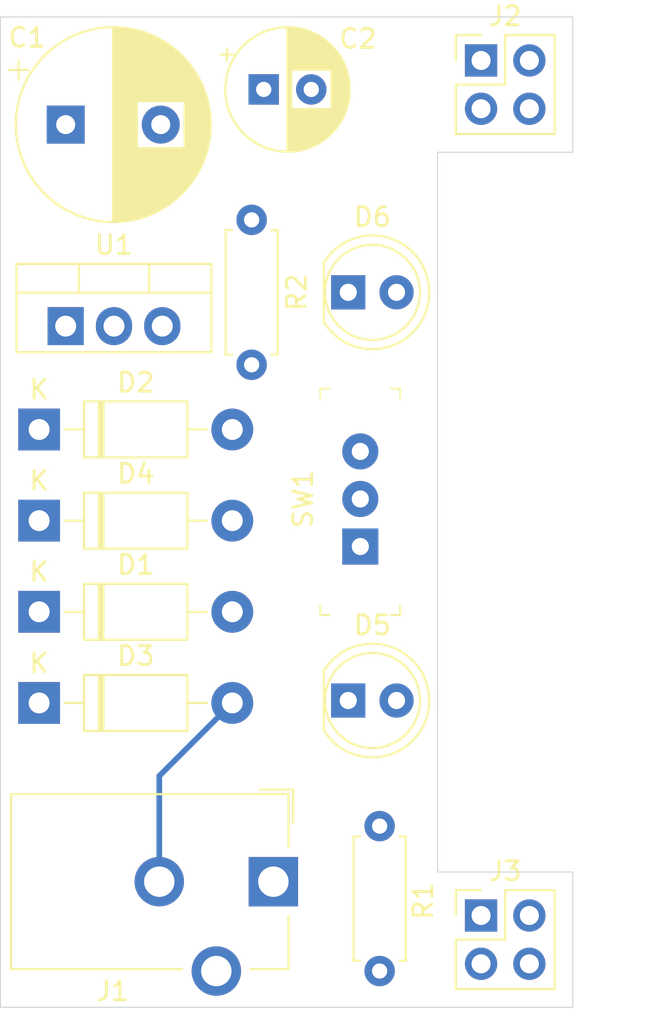
<source format=kicad_pcb>
(kicad_pcb (version 20171130) (host pcbnew "(5.1.10)-1")

  (general
    (thickness 1.6)
    (drawings 8)
    (tracks 2)
    (zones 0)
    (modules 15)
    (nets 11)
  )

  (page A4)
  (layers
    (0 F.Cu signal)
    (31 B.Cu signal)
    (32 B.Adhes user)
    (33 F.Adhes user)
    (34 B.Paste user)
    (35 F.Paste user)
    (36 B.SilkS user)
    (37 F.SilkS user)
    (38 B.Mask user)
    (39 F.Mask user)
    (40 Dwgs.User user)
    (41 Cmts.User user)
    (42 Eco1.User user)
    (43 Eco2.User user)
    (44 Edge.Cuts user)
    (45 Margin user)
    (46 B.CrtYd user)
    (47 F.CrtYd user)
    (48 B.Fab user)
    (49 F.Fab user)
  )

  (setup
    (last_trace_width 0.25)
    (user_trace_width 0.3)
    (trace_clearance 0.2)
    (zone_clearance 0.508)
    (zone_45_only no)
    (trace_min 0.2)
    (via_size 0.8)
    (via_drill 0.4)
    (via_min_size 0.4)
    (via_min_drill 0.3)
    (user_via 1 0.6)
    (uvia_size 0.3)
    (uvia_drill 0.1)
    (uvias_allowed no)
    (uvia_min_size 0.2)
    (uvia_min_drill 0.1)
    (edge_width 0.05)
    (segment_width 0.2)
    (pcb_text_width 0.3)
    (pcb_text_size 1.5 1.5)
    (mod_edge_width 0.12)
    (mod_text_size 1 1)
    (mod_text_width 0.15)
    (pad_size 1.524 1.524)
    (pad_drill 0.762)
    (pad_to_mask_clearance 0)
    (aux_axis_origin 0 0)
    (visible_elements 7FFFFFFF)
    (pcbplotparams
      (layerselection 0x010fc_ffffffff)
      (usegerberextensions false)
      (usegerberattributes true)
      (usegerberadvancedattributes true)
      (creategerberjobfile true)
      (excludeedgelayer true)
      (linewidth 0.100000)
      (plotframeref false)
      (viasonmask false)
      (mode 1)
      (useauxorigin false)
      (hpglpennumber 1)
      (hpglpenspeed 20)
      (hpglpendiameter 15.000000)
      (psnegative false)
      (psa4output false)
      (plotreference true)
      (plotvalue true)
      (plotinvisibletext false)
      (padsonsilk false)
      (subtractmaskfromsilk false)
      (outputformat 1)
      (mirror false)
      (drillshape 1)
      (scaleselection 1)
      (outputdirectory ""))
  )

  (net 0 "")
  (net 1 /Vin)
  (net 2 /GND)
  (net 3 /Vout1)
  (net 4 /BJ_pin1)
  (net 5 /BJ_pin2)
  (net 6 "Net-(D5-Pad2)")
  (net 7 "Net-(D6-Pad2)")
  (net 8 "Net-(J1-Pad3)")
  (net 9 /Vout2)
  (net 10 "Net-(SW1-Pad3)")

  (net_class Default "This is the default net class."
    (clearance 0.2)
    (trace_width 0.25)
    (via_dia 0.8)
    (via_drill 0.4)
    (uvia_dia 0.3)
    (uvia_drill 0.1)
    (add_net /BJ_pin1)
    (add_net "Net-(D5-Pad2)")
    (add_net "Net-(D6-Pad2)")
    (add_net "Net-(J1-Pad3)")
    (add_net "Net-(SW1-Pad3)")
  )

  (net_class Power ""
    (clearance 0.3)
    (trace_width 0.3)
    (via_dia 1)
    (via_drill 0.5)
    (uvia_dia 0.3)
    (uvia_drill 0.1)
    (add_net /BJ_pin2)
    (add_net /GND)
    (add_net /Vin)
    (add_net /Vout1)
    (add_net /Vout2)
  )

  (module Capacitor_THT:CP_Radial_D10.0mm_P5.00mm (layer F.Cu) (tedit 5AE50EF1) (tstamp 612FD0B7)
    (at 79.629 111.07)
    (descr "CP, Radial series, Radial, pin pitch=5.00mm, , diameter=10mm, Electrolytic Capacitor")
    (tags "CP Radial series Radial pin pitch 5.00mm  diameter 10mm Electrolytic Capacitor")
    (path /612D6354)
    (fp_text reference C1 (at -2.032 -4.572) (layer F.SilkS)
      (effects (font (size 1 1) (thickness 0.15)))
    )
    (fp_text value "470 μF" (at -1.016 6.024) (layer F.Fab)
      (effects (font (size 0.8 0.8) (thickness 0.15)))
    )
    (fp_circle (center 2.5 0) (end 7.5 0) (layer F.Fab) (width 0.1))
    (fp_circle (center 2.5 0) (end 7.62 0) (layer F.SilkS) (width 0.12))
    (fp_circle (center 2.5 0) (end 7.75 0) (layer F.CrtYd) (width 0.05))
    (fp_line (start -1.788861 -2.1875) (end -0.788861 -2.1875) (layer F.Fab) (width 0.1))
    (fp_line (start -1.288861 -2.6875) (end -1.288861 -1.6875) (layer F.Fab) (width 0.1))
    (fp_line (start 2.5 -5.08) (end 2.5 5.08) (layer F.SilkS) (width 0.12))
    (fp_line (start 2.54 -5.08) (end 2.54 5.08) (layer F.SilkS) (width 0.12))
    (fp_line (start 2.58 -5.08) (end 2.58 5.08) (layer F.SilkS) (width 0.12))
    (fp_line (start 2.62 -5.079) (end 2.62 5.079) (layer F.SilkS) (width 0.12))
    (fp_line (start 2.66 -5.078) (end 2.66 5.078) (layer F.SilkS) (width 0.12))
    (fp_line (start 2.7 -5.077) (end 2.7 5.077) (layer F.SilkS) (width 0.12))
    (fp_line (start 2.74 -5.075) (end 2.74 5.075) (layer F.SilkS) (width 0.12))
    (fp_line (start 2.78 -5.073) (end 2.78 5.073) (layer F.SilkS) (width 0.12))
    (fp_line (start 2.82 -5.07) (end 2.82 5.07) (layer F.SilkS) (width 0.12))
    (fp_line (start 2.86 -5.068) (end 2.86 5.068) (layer F.SilkS) (width 0.12))
    (fp_line (start 2.9 -5.065) (end 2.9 5.065) (layer F.SilkS) (width 0.12))
    (fp_line (start 2.94 -5.062) (end 2.94 5.062) (layer F.SilkS) (width 0.12))
    (fp_line (start 2.98 -5.058) (end 2.98 5.058) (layer F.SilkS) (width 0.12))
    (fp_line (start 3.02 -5.054) (end 3.02 5.054) (layer F.SilkS) (width 0.12))
    (fp_line (start 3.06 -5.05) (end 3.06 5.05) (layer F.SilkS) (width 0.12))
    (fp_line (start 3.1 -5.045) (end 3.1 5.045) (layer F.SilkS) (width 0.12))
    (fp_line (start 3.14 -5.04) (end 3.14 5.04) (layer F.SilkS) (width 0.12))
    (fp_line (start 3.18 -5.035) (end 3.18 5.035) (layer F.SilkS) (width 0.12))
    (fp_line (start 3.221 -5.03) (end 3.221 5.03) (layer F.SilkS) (width 0.12))
    (fp_line (start 3.261 -5.024) (end 3.261 5.024) (layer F.SilkS) (width 0.12))
    (fp_line (start 3.301 -5.018) (end 3.301 5.018) (layer F.SilkS) (width 0.12))
    (fp_line (start 3.341 -5.011) (end 3.341 5.011) (layer F.SilkS) (width 0.12))
    (fp_line (start 3.381 -5.004) (end 3.381 5.004) (layer F.SilkS) (width 0.12))
    (fp_line (start 3.421 -4.997) (end 3.421 4.997) (layer F.SilkS) (width 0.12))
    (fp_line (start 3.461 -4.99) (end 3.461 4.99) (layer F.SilkS) (width 0.12))
    (fp_line (start 3.501 -4.982) (end 3.501 4.982) (layer F.SilkS) (width 0.12))
    (fp_line (start 3.541 -4.974) (end 3.541 4.974) (layer F.SilkS) (width 0.12))
    (fp_line (start 3.581 -4.965) (end 3.581 4.965) (layer F.SilkS) (width 0.12))
    (fp_line (start 3.621 -4.956) (end 3.621 4.956) (layer F.SilkS) (width 0.12))
    (fp_line (start 3.661 -4.947) (end 3.661 4.947) (layer F.SilkS) (width 0.12))
    (fp_line (start 3.701 -4.938) (end 3.701 4.938) (layer F.SilkS) (width 0.12))
    (fp_line (start 3.741 -4.928) (end 3.741 4.928) (layer F.SilkS) (width 0.12))
    (fp_line (start 3.781 -4.918) (end 3.781 -1.241) (layer F.SilkS) (width 0.12))
    (fp_line (start 3.781 1.241) (end 3.781 4.918) (layer F.SilkS) (width 0.12))
    (fp_line (start 3.821 -4.907) (end 3.821 -1.241) (layer F.SilkS) (width 0.12))
    (fp_line (start 3.821 1.241) (end 3.821 4.907) (layer F.SilkS) (width 0.12))
    (fp_line (start 3.861 -4.897) (end 3.861 -1.241) (layer F.SilkS) (width 0.12))
    (fp_line (start 3.861 1.241) (end 3.861 4.897) (layer F.SilkS) (width 0.12))
    (fp_line (start 3.901 -4.885) (end 3.901 -1.241) (layer F.SilkS) (width 0.12))
    (fp_line (start 3.901 1.241) (end 3.901 4.885) (layer F.SilkS) (width 0.12))
    (fp_line (start 3.941 -4.874) (end 3.941 -1.241) (layer F.SilkS) (width 0.12))
    (fp_line (start 3.941 1.241) (end 3.941 4.874) (layer F.SilkS) (width 0.12))
    (fp_line (start 3.981 -4.862) (end 3.981 -1.241) (layer F.SilkS) (width 0.12))
    (fp_line (start 3.981 1.241) (end 3.981 4.862) (layer F.SilkS) (width 0.12))
    (fp_line (start 4.021 -4.85) (end 4.021 -1.241) (layer F.SilkS) (width 0.12))
    (fp_line (start 4.021 1.241) (end 4.021 4.85) (layer F.SilkS) (width 0.12))
    (fp_line (start 4.061 -4.837) (end 4.061 -1.241) (layer F.SilkS) (width 0.12))
    (fp_line (start 4.061 1.241) (end 4.061 4.837) (layer F.SilkS) (width 0.12))
    (fp_line (start 4.101 -4.824) (end 4.101 -1.241) (layer F.SilkS) (width 0.12))
    (fp_line (start 4.101 1.241) (end 4.101 4.824) (layer F.SilkS) (width 0.12))
    (fp_line (start 4.141 -4.811) (end 4.141 -1.241) (layer F.SilkS) (width 0.12))
    (fp_line (start 4.141 1.241) (end 4.141 4.811) (layer F.SilkS) (width 0.12))
    (fp_line (start 4.181 -4.797) (end 4.181 -1.241) (layer F.SilkS) (width 0.12))
    (fp_line (start 4.181 1.241) (end 4.181 4.797) (layer F.SilkS) (width 0.12))
    (fp_line (start 4.221 -4.783) (end 4.221 -1.241) (layer F.SilkS) (width 0.12))
    (fp_line (start 4.221 1.241) (end 4.221 4.783) (layer F.SilkS) (width 0.12))
    (fp_line (start 4.261 -4.768) (end 4.261 -1.241) (layer F.SilkS) (width 0.12))
    (fp_line (start 4.261 1.241) (end 4.261 4.768) (layer F.SilkS) (width 0.12))
    (fp_line (start 4.301 -4.754) (end 4.301 -1.241) (layer F.SilkS) (width 0.12))
    (fp_line (start 4.301 1.241) (end 4.301 4.754) (layer F.SilkS) (width 0.12))
    (fp_line (start 4.341 -4.738) (end 4.341 -1.241) (layer F.SilkS) (width 0.12))
    (fp_line (start 4.341 1.241) (end 4.341 4.738) (layer F.SilkS) (width 0.12))
    (fp_line (start 4.381 -4.723) (end 4.381 -1.241) (layer F.SilkS) (width 0.12))
    (fp_line (start 4.381 1.241) (end 4.381 4.723) (layer F.SilkS) (width 0.12))
    (fp_line (start 4.421 -4.707) (end 4.421 -1.241) (layer F.SilkS) (width 0.12))
    (fp_line (start 4.421 1.241) (end 4.421 4.707) (layer F.SilkS) (width 0.12))
    (fp_line (start 4.461 -4.69) (end 4.461 -1.241) (layer F.SilkS) (width 0.12))
    (fp_line (start 4.461 1.241) (end 4.461 4.69) (layer F.SilkS) (width 0.12))
    (fp_line (start 4.501 -4.674) (end 4.501 -1.241) (layer F.SilkS) (width 0.12))
    (fp_line (start 4.501 1.241) (end 4.501 4.674) (layer F.SilkS) (width 0.12))
    (fp_line (start 4.541 -4.657) (end 4.541 -1.241) (layer F.SilkS) (width 0.12))
    (fp_line (start 4.541 1.241) (end 4.541 4.657) (layer F.SilkS) (width 0.12))
    (fp_line (start 4.581 -4.639) (end 4.581 -1.241) (layer F.SilkS) (width 0.12))
    (fp_line (start 4.581 1.241) (end 4.581 4.639) (layer F.SilkS) (width 0.12))
    (fp_line (start 4.621 -4.621) (end 4.621 -1.241) (layer F.SilkS) (width 0.12))
    (fp_line (start 4.621 1.241) (end 4.621 4.621) (layer F.SilkS) (width 0.12))
    (fp_line (start 4.661 -4.603) (end 4.661 -1.241) (layer F.SilkS) (width 0.12))
    (fp_line (start 4.661 1.241) (end 4.661 4.603) (layer F.SilkS) (width 0.12))
    (fp_line (start 4.701 -4.584) (end 4.701 -1.241) (layer F.SilkS) (width 0.12))
    (fp_line (start 4.701 1.241) (end 4.701 4.584) (layer F.SilkS) (width 0.12))
    (fp_line (start 4.741 -4.564) (end 4.741 -1.241) (layer F.SilkS) (width 0.12))
    (fp_line (start 4.741 1.241) (end 4.741 4.564) (layer F.SilkS) (width 0.12))
    (fp_line (start 4.781 -4.545) (end 4.781 -1.241) (layer F.SilkS) (width 0.12))
    (fp_line (start 4.781 1.241) (end 4.781 4.545) (layer F.SilkS) (width 0.12))
    (fp_line (start 4.821 -4.525) (end 4.821 -1.241) (layer F.SilkS) (width 0.12))
    (fp_line (start 4.821 1.241) (end 4.821 4.525) (layer F.SilkS) (width 0.12))
    (fp_line (start 4.861 -4.504) (end 4.861 -1.241) (layer F.SilkS) (width 0.12))
    (fp_line (start 4.861 1.241) (end 4.861 4.504) (layer F.SilkS) (width 0.12))
    (fp_line (start 4.901 -4.483) (end 4.901 -1.241) (layer F.SilkS) (width 0.12))
    (fp_line (start 4.901 1.241) (end 4.901 4.483) (layer F.SilkS) (width 0.12))
    (fp_line (start 4.941 -4.462) (end 4.941 -1.241) (layer F.SilkS) (width 0.12))
    (fp_line (start 4.941 1.241) (end 4.941 4.462) (layer F.SilkS) (width 0.12))
    (fp_line (start 4.981 -4.44) (end 4.981 -1.241) (layer F.SilkS) (width 0.12))
    (fp_line (start 4.981 1.241) (end 4.981 4.44) (layer F.SilkS) (width 0.12))
    (fp_line (start 5.021 -4.417) (end 5.021 -1.241) (layer F.SilkS) (width 0.12))
    (fp_line (start 5.021 1.241) (end 5.021 4.417) (layer F.SilkS) (width 0.12))
    (fp_line (start 5.061 -4.395) (end 5.061 -1.241) (layer F.SilkS) (width 0.12))
    (fp_line (start 5.061 1.241) (end 5.061 4.395) (layer F.SilkS) (width 0.12))
    (fp_line (start 5.101 -4.371) (end 5.101 -1.241) (layer F.SilkS) (width 0.12))
    (fp_line (start 5.101 1.241) (end 5.101 4.371) (layer F.SilkS) (width 0.12))
    (fp_line (start 5.141 -4.347) (end 5.141 -1.241) (layer F.SilkS) (width 0.12))
    (fp_line (start 5.141 1.241) (end 5.141 4.347) (layer F.SilkS) (width 0.12))
    (fp_line (start 5.181 -4.323) (end 5.181 -1.241) (layer F.SilkS) (width 0.12))
    (fp_line (start 5.181 1.241) (end 5.181 4.323) (layer F.SilkS) (width 0.12))
    (fp_line (start 5.221 -4.298) (end 5.221 -1.241) (layer F.SilkS) (width 0.12))
    (fp_line (start 5.221 1.241) (end 5.221 4.298) (layer F.SilkS) (width 0.12))
    (fp_line (start 5.261 -4.273) (end 5.261 -1.241) (layer F.SilkS) (width 0.12))
    (fp_line (start 5.261 1.241) (end 5.261 4.273) (layer F.SilkS) (width 0.12))
    (fp_line (start 5.301 -4.247) (end 5.301 -1.241) (layer F.SilkS) (width 0.12))
    (fp_line (start 5.301 1.241) (end 5.301 4.247) (layer F.SilkS) (width 0.12))
    (fp_line (start 5.341 -4.221) (end 5.341 -1.241) (layer F.SilkS) (width 0.12))
    (fp_line (start 5.341 1.241) (end 5.341 4.221) (layer F.SilkS) (width 0.12))
    (fp_line (start 5.381 -4.194) (end 5.381 -1.241) (layer F.SilkS) (width 0.12))
    (fp_line (start 5.381 1.241) (end 5.381 4.194) (layer F.SilkS) (width 0.12))
    (fp_line (start 5.421 -4.166) (end 5.421 -1.241) (layer F.SilkS) (width 0.12))
    (fp_line (start 5.421 1.241) (end 5.421 4.166) (layer F.SilkS) (width 0.12))
    (fp_line (start 5.461 -4.138) (end 5.461 -1.241) (layer F.SilkS) (width 0.12))
    (fp_line (start 5.461 1.241) (end 5.461 4.138) (layer F.SilkS) (width 0.12))
    (fp_line (start 5.501 -4.11) (end 5.501 -1.241) (layer F.SilkS) (width 0.12))
    (fp_line (start 5.501 1.241) (end 5.501 4.11) (layer F.SilkS) (width 0.12))
    (fp_line (start 5.541 -4.08) (end 5.541 -1.241) (layer F.SilkS) (width 0.12))
    (fp_line (start 5.541 1.241) (end 5.541 4.08) (layer F.SilkS) (width 0.12))
    (fp_line (start 5.581 -4.05) (end 5.581 -1.241) (layer F.SilkS) (width 0.12))
    (fp_line (start 5.581 1.241) (end 5.581 4.05) (layer F.SilkS) (width 0.12))
    (fp_line (start 5.621 -4.02) (end 5.621 -1.241) (layer F.SilkS) (width 0.12))
    (fp_line (start 5.621 1.241) (end 5.621 4.02) (layer F.SilkS) (width 0.12))
    (fp_line (start 5.661 -3.989) (end 5.661 -1.241) (layer F.SilkS) (width 0.12))
    (fp_line (start 5.661 1.241) (end 5.661 3.989) (layer F.SilkS) (width 0.12))
    (fp_line (start 5.701 -3.957) (end 5.701 -1.241) (layer F.SilkS) (width 0.12))
    (fp_line (start 5.701 1.241) (end 5.701 3.957) (layer F.SilkS) (width 0.12))
    (fp_line (start 5.741 -3.925) (end 5.741 -1.241) (layer F.SilkS) (width 0.12))
    (fp_line (start 5.741 1.241) (end 5.741 3.925) (layer F.SilkS) (width 0.12))
    (fp_line (start 5.781 -3.892) (end 5.781 -1.241) (layer F.SilkS) (width 0.12))
    (fp_line (start 5.781 1.241) (end 5.781 3.892) (layer F.SilkS) (width 0.12))
    (fp_line (start 5.821 -3.858) (end 5.821 -1.241) (layer F.SilkS) (width 0.12))
    (fp_line (start 5.821 1.241) (end 5.821 3.858) (layer F.SilkS) (width 0.12))
    (fp_line (start 5.861 -3.824) (end 5.861 -1.241) (layer F.SilkS) (width 0.12))
    (fp_line (start 5.861 1.241) (end 5.861 3.824) (layer F.SilkS) (width 0.12))
    (fp_line (start 5.901 -3.789) (end 5.901 -1.241) (layer F.SilkS) (width 0.12))
    (fp_line (start 5.901 1.241) (end 5.901 3.789) (layer F.SilkS) (width 0.12))
    (fp_line (start 5.941 -3.753) (end 5.941 -1.241) (layer F.SilkS) (width 0.12))
    (fp_line (start 5.941 1.241) (end 5.941 3.753) (layer F.SilkS) (width 0.12))
    (fp_line (start 5.981 -3.716) (end 5.981 -1.241) (layer F.SilkS) (width 0.12))
    (fp_line (start 5.981 1.241) (end 5.981 3.716) (layer F.SilkS) (width 0.12))
    (fp_line (start 6.021 -3.679) (end 6.021 -1.241) (layer F.SilkS) (width 0.12))
    (fp_line (start 6.021 1.241) (end 6.021 3.679) (layer F.SilkS) (width 0.12))
    (fp_line (start 6.061 -3.64) (end 6.061 -1.241) (layer F.SilkS) (width 0.12))
    (fp_line (start 6.061 1.241) (end 6.061 3.64) (layer F.SilkS) (width 0.12))
    (fp_line (start 6.101 -3.601) (end 6.101 -1.241) (layer F.SilkS) (width 0.12))
    (fp_line (start 6.101 1.241) (end 6.101 3.601) (layer F.SilkS) (width 0.12))
    (fp_line (start 6.141 -3.561) (end 6.141 -1.241) (layer F.SilkS) (width 0.12))
    (fp_line (start 6.141 1.241) (end 6.141 3.561) (layer F.SilkS) (width 0.12))
    (fp_line (start 6.181 -3.52) (end 6.181 -1.241) (layer F.SilkS) (width 0.12))
    (fp_line (start 6.181 1.241) (end 6.181 3.52) (layer F.SilkS) (width 0.12))
    (fp_line (start 6.221 -3.478) (end 6.221 -1.241) (layer F.SilkS) (width 0.12))
    (fp_line (start 6.221 1.241) (end 6.221 3.478) (layer F.SilkS) (width 0.12))
    (fp_line (start 6.261 -3.436) (end 6.261 3.436) (layer F.SilkS) (width 0.12))
    (fp_line (start 6.301 -3.392) (end 6.301 3.392) (layer F.SilkS) (width 0.12))
    (fp_line (start 6.341 -3.347) (end 6.341 3.347) (layer F.SilkS) (width 0.12))
    (fp_line (start 6.381 -3.301) (end 6.381 3.301) (layer F.SilkS) (width 0.12))
    (fp_line (start 6.421 -3.254) (end 6.421 3.254) (layer F.SilkS) (width 0.12))
    (fp_line (start 6.461 -3.206) (end 6.461 3.206) (layer F.SilkS) (width 0.12))
    (fp_line (start 6.501 -3.156) (end 6.501 3.156) (layer F.SilkS) (width 0.12))
    (fp_line (start 6.541 -3.106) (end 6.541 3.106) (layer F.SilkS) (width 0.12))
    (fp_line (start 6.581 -3.054) (end 6.581 3.054) (layer F.SilkS) (width 0.12))
    (fp_line (start 6.621 -3) (end 6.621 3) (layer F.SilkS) (width 0.12))
    (fp_line (start 6.661 -2.945) (end 6.661 2.945) (layer F.SilkS) (width 0.12))
    (fp_line (start 6.701 -2.889) (end 6.701 2.889) (layer F.SilkS) (width 0.12))
    (fp_line (start 6.741 -2.83) (end 6.741 2.83) (layer F.SilkS) (width 0.12))
    (fp_line (start 6.781 -2.77) (end 6.781 2.77) (layer F.SilkS) (width 0.12))
    (fp_line (start 6.821 -2.709) (end 6.821 2.709) (layer F.SilkS) (width 0.12))
    (fp_line (start 6.861 -2.645) (end 6.861 2.645) (layer F.SilkS) (width 0.12))
    (fp_line (start 6.901 -2.579) (end 6.901 2.579) (layer F.SilkS) (width 0.12))
    (fp_line (start 6.941 -2.51) (end 6.941 2.51) (layer F.SilkS) (width 0.12))
    (fp_line (start 6.981 -2.439) (end 6.981 2.439) (layer F.SilkS) (width 0.12))
    (fp_line (start 7.021 -2.365) (end 7.021 2.365) (layer F.SilkS) (width 0.12))
    (fp_line (start 7.061 -2.289) (end 7.061 2.289) (layer F.SilkS) (width 0.12))
    (fp_line (start 7.101 -2.209) (end 7.101 2.209) (layer F.SilkS) (width 0.12))
    (fp_line (start 7.141 -2.125) (end 7.141 2.125) (layer F.SilkS) (width 0.12))
    (fp_line (start 7.181 -2.037) (end 7.181 2.037) (layer F.SilkS) (width 0.12))
    (fp_line (start 7.221 -1.944) (end 7.221 1.944) (layer F.SilkS) (width 0.12))
    (fp_line (start 7.261 -1.846) (end 7.261 1.846) (layer F.SilkS) (width 0.12))
    (fp_line (start 7.301 -1.742) (end 7.301 1.742) (layer F.SilkS) (width 0.12))
    (fp_line (start 7.341 -1.63) (end 7.341 1.63) (layer F.SilkS) (width 0.12))
    (fp_line (start 7.381 -1.51) (end 7.381 1.51) (layer F.SilkS) (width 0.12))
    (fp_line (start 7.421 -1.378) (end 7.421 1.378) (layer F.SilkS) (width 0.12))
    (fp_line (start 7.461 -1.23) (end 7.461 1.23) (layer F.SilkS) (width 0.12))
    (fp_line (start 7.501 -1.062) (end 7.501 1.062) (layer F.SilkS) (width 0.12))
    (fp_line (start 7.541 -0.862) (end 7.541 0.862) (layer F.SilkS) (width 0.12))
    (fp_line (start 7.581 -0.599) (end 7.581 0.599) (layer F.SilkS) (width 0.12))
    (fp_line (start -2.979646 -2.875) (end -1.979646 -2.875) (layer F.SilkS) (width 0.12))
    (fp_line (start -2.479646 -3.375) (end -2.479646 -2.375) (layer F.SilkS) (width 0.12))
    (fp_text user %R (at 2.5 0) (layer F.Fab)
      (effects (font (size 1 1) (thickness 0.15)))
    )
    (pad 1 thru_hole rect (at 0 0) (size 2 2) (drill 1) (layers *.Cu *.Mask)
      (net 1 /Vin))
    (pad 2 thru_hole circle (at 5 0) (size 2 2) (drill 1) (layers *.Cu *.Mask)
      (net 2 /GND))
    (model ${KISYS3DMOD}/Capacitor_THT.3dshapes/CP_Radial_D10.0mm_P5.00mm.wrl
      (at (xyz 0 0 0))
      (scale (xyz 1 1 1))
      (rotate (xyz 0 0 0))
    )
  )

  (module Capacitor_THT:CP_Radial_D6.3mm_P2.50mm (layer F.Cu) (tedit 5AE50EF0) (tstamp 612EAC8C)
    (at 90.043 109.22)
    (descr "CP, Radial series, Radial, pin pitch=2.50mm, , diameter=6.3mm, Electrolytic Capacitor")
    (tags "CP Radial series Radial pin pitch 2.50mm  diameter 6.3mm Electrolytic Capacitor")
    (path /612CFBC3)
    (fp_text reference C2 (at 4.953 -2.667) (layer F.SilkS)
      (effects (font (size 1 1) (thickness 0.15)))
    )
    (fp_text value "47 μF" (at 1.25 4.4) (layer F.Fab)
      (effects (font (size 1 1) (thickness 0.15)))
    )
    (fp_circle (center 1.25 0) (end 4.4 0) (layer F.Fab) (width 0.1))
    (fp_circle (center 1.25 0) (end 4.52 0) (layer F.SilkS) (width 0.12))
    (fp_circle (center 1.25 0) (end 4.65 0) (layer F.CrtYd) (width 0.05))
    (fp_line (start -1.443972 -1.3735) (end -0.813972 -1.3735) (layer F.Fab) (width 0.1))
    (fp_line (start -1.128972 -1.6885) (end -1.128972 -1.0585) (layer F.Fab) (width 0.1))
    (fp_line (start 1.25 -3.23) (end 1.25 3.23) (layer F.SilkS) (width 0.12))
    (fp_line (start 1.29 -3.23) (end 1.29 3.23) (layer F.SilkS) (width 0.12))
    (fp_line (start 1.33 -3.23) (end 1.33 3.23) (layer F.SilkS) (width 0.12))
    (fp_line (start 1.37 -3.228) (end 1.37 3.228) (layer F.SilkS) (width 0.12))
    (fp_line (start 1.41 -3.227) (end 1.41 3.227) (layer F.SilkS) (width 0.12))
    (fp_line (start 1.45 -3.224) (end 1.45 3.224) (layer F.SilkS) (width 0.12))
    (fp_line (start 1.49 -3.222) (end 1.49 -1.04) (layer F.SilkS) (width 0.12))
    (fp_line (start 1.49 1.04) (end 1.49 3.222) (layer F.SilkS) (width 0.12))
    (fp_line (start 1.53 -3.218) (end 1.53 -1.04) (layer F.SilkS) (width 0.12))
    (fp_line (start 1.53 1.04) (end 1.53 3.218) (layer F.SilkS) (width 0.12))
    (fp_line (start 1.57 -3.215) (end 1.57 -1.04) (layer F.SilkS) (width 0.12))
    (fp_line (start 1.57 1.04) (end 1.57 3.215) (layer F.SilkS) (width 0.12))
    (fp_line (start 1.61 -3.211) (end 1.61 -1.04) (layer F.SilkS) (width 0.12))
    (fp_line (start 1.61 1.04) (end 1.61 3.211) (layer F.SilkS) (width 0.12))
    (fp_line (start 1.65 -3.206) (end 1.65 -1.04) (layer F.SilkS) (width 0.12))
    (fp_line (start 1.65 1.04) (end 1.65 3.206) (layer F.SilkS) (width 0.12))
    (fp_line (start 1.69 -3.201) (end 1.69 -1.04) (layer F.SilkS) (width 0.12))
    (fp_line (start 1.69 1.04) (end 1.69 3.201) (layer F.SilkS) (width 0.12))
    (fp_line (start 1.73 -3.195) (end 1.73 -1.04) (layer F.SilkS) (width 0.12))
    (fp_line (start 1.73 1.04) (end 1.73 3.195) (layer F.SilkS) (width 0.12))
    (fp_line (start 1.77 -3.189) (end 1.77 -1.04) (layer F.SilkS) (width 0.12))
    (fp_line (start 1.77 1.04) (end 1.77 3.189) (layer F.SilkS) (width 0.12))
    (fp_line (start 1.81 -3.182) (end 1.81 -1.04) (layer F.SilkS) (width 0.12))
    (fp_line (start 1.81 1.04) (end 1.81 3.182) (layer F.SilkS) (width 0.12))
    (fp_line (start 1.85 -3.175) (end 1.85 -1.04) (layer F.SilkS) (width 0.12))
    (fp_line (start 1.85 1.04) (end 1.85 3.175) (layer F.SilkS) (width 0.12))
    (fp_line (start 1.89 -3.167) (end 1.89 -1.04) (layer F.SilkS) (width 0.12))
    (fp_line (start 1.89 1.04) (end 1.89 3.167) (layer F.SilkS) (width 0.12))
    (fp_line (start 1.93 -3.159) (end 1.93 -1.04) (layer F.SilkS) (width 0.12))
    (fp_line (start 1.93 1.04) (end 1.93 3.159) (layer F.SilkS) (width 0.12))
    (fp_line (start 1.971 -3.15) (end 1.971 -1.04) (layer F.SilkS) (width 0.12))
    (fp_line (start 1.971 1.04) (end 1.971 3.15) (layer F.SilkS) (width 0.12))
    (fp_line (start 2.011 -3.141) (end 2.011 -1.04) (layer F.SilkS) (width 0.12))
    (fp_line (start 2.011 1.04) (end 2.011 3.141) (layer F.SilkS) (width 0.12))
    (fp_line (start 2.051 -3.131) (end 2.051 -1.04) (layer F.SilkS) (width 0.12))
    (fp_line (start 2.051 1.04) (end 2.051 3.131) (layer F.SilkS) (width 0.12))
    (fp_line (start 2.091 -3.121) (end 2.091 -1.04) (layer F.SilkS) (width 0.12))
    (fp_line (start 2.091 1.04) (end 2.091 3.121) (layer F.SilkS) (width 0.12))
    (fp_line (start 2.131 -3.11) (end 2.131 -1.04) (layer F.SilkS) (width 0.12))
    (fp_line (start 2.131 1.04) (end 2.131 3.11) (layer F.SilkS) (width 0.12))
    (fp_line (start 2.171 -3.098) (end 2.171 -1.04) (layer F.SilkS) (width 0.12))
    (fp_line (start 2.171 1.04) (end 2.171 3.098) (layer F.SilkS) (width 0.12))
    (fp_line (start 2.211 -3.086) (end 2.211 -1.04) (layer F.SilkS) (width 0.12))
    (fp_line (start 2.211 1.04) (end 2.211 3.086) (layer F.SilkS) (width 0.12))
    (fp_line (start 2.251 -3.074) (end 2.251 -1.04) (layer F.SilkS) (width 0.12))
    (fp_line (start 2.251 1.04) (end 2.251 3.074) (layer F.SilkS) (width 0.12))
    (fp_line (start 2.291 -3.061) (end 2.291 -1.04) (layer F.SilkS) (width 0.12))
    (fp_line (start 2.291 1.04) (end 2.291 3.061) (layer F.SilkS) (width 0.12))
    (fp_line (start 2.331 -3.047) (end 2.331 -1.04) (layer F.SilkS) (width 0.12))
    (fp_line (start 2.331 1.04) (end 2.331 3.047) (layer F.SilkS) (width 0.12))
    (fp_line (start 2.371 -3.033) (end 2.371 -1.04) (layer F.SilkS) (width 0.12))
    (fp_line (start 2.371 1.04) (end 2.371 3.033) (layer F.SilkS) (width 0.12))
    (fp_line (start 2.411 -3.018) (end 2.411 -1.04) (layer F.SilkS) (width 0.12))
    (fp_line (start 2.411 1.04) (end 2.411 3.018) (layer F.SilkS) (width 0.12))
    (fp_line (start 2.451 -3.002) (end 2.451 -1.04) (layer F.SilkS) (width 0.12))
    (fp_line (start 2.451 1.04) (end 2.451 3.002) (layer F.SilkS) (width 0.12))
    (fp_line (start 2.491 -2.986) (end 2.491 -1.04) (layer F.SilkS) (width 0.12))
    (fp_line (start 2.491 1.04) (end 2.491 2.986) (layer F.SilkS) (width 0.12))
    (fp_line (start 2.531 -2.97) (end 2.531 -1.04) (layer F.SilkS) (width 0.12))
    (fp_line (start 2.531 1.04) (end 2.531 2.97) (layer F.SilkS) (width 0.12))
    (fp_line (start 2.571 -2.952) (end 2.571 -1.04) (layer F.SilkS) (width 0.12))
    (fp_line (start 2.571 1.04) (end 2.571 2.952) (layer F.SilkS) (width 0.12))
    (fp_line (start 2.611 -2.934) (end 2.611 -1.04) (layer F.SilkS) (width 0.12))
    (fp_line (start 2.611 1.04) (end 2.611 2.934) (layer F.SilkS) (width 0.12))
    (fp_line (start 2.651 -2.916) (end 2.651 -1.04) (layer F.SilkS) (width 0.12))
    (fp_line (start 2.651 1.04) (end 2.651 2.916) (layer F.SilkS) (width 0.12))
    (fp_line (start 2.691 -2.896) (end 2.691 -1.04) (layer F.SilkS) (width 0.12))
    (fp_line (start 2.691 1.04) (end 2.691 2.896) (layer F.SilkS) (width 0.12))
    (fp_line (start 2.731 -2.876) (end 2.731 -1.04) (layer F.SilkS) (width 0.12))
    (fp_line (start 2.731 1.04) (end 2.731 2.876) (layer F.SilkS) (width 0.12))
    (fp_line (start 2.771 -2.856) (end 2.771 -1.04) (layer F.SilkS) (width 0.12))
    (fp_line (start 2.771 1.04) (end 2.771 2.856) (layer F.SilkS) (width 0.12))
    (fp_line (start 2.811 -2.834) (end 2.811 -1.04) (layer F.SilkS) (width 0.12))
    (fp_line (start 2.811 1.04) (end 2.811 2.834) (layer F.SilkS) (width 0.12))
    (fp_line (start 2.851 -2.812) (end 2.851 -1.04) (layer F.SilkS) (width 0.12))
    (fp_line (start 2.851 1.04) (end 2.851 2.812) (layer F.SilkS) (width 0.12))
    (fp_line (start 2.891 -2.79) (end 2.891 -1.04) (layer F.SilkS) (width 0.12))
    (fp_line (start 2.891 1.04) (end 2.891 2.79) (layer F.SilkS) (width 0.12))
    (fp_line (start 2.931 -2.766) (end 2.931 -1.04) (layer F.SilkS) (width 0.12))
    (fp_line (start 2.931 1.04) (end 2.931 2.766) (layer F.SilkS) (width 0.12))
    (fp_line (start 2.971 -2.742) (end 2.971 -1.04) (layer F.SilkS) (width 0.12))
    (fp_line (start 2.971 1.04) (end 2.971 2.742) (layer F.SilkS) (width 0.12))
    (fp_line (start 3.011 -2.716) (end 3.011 -1.04) (layer F.SilkS) (width 0.12))
    (fp_line (start 3.011 1.04) (end 3.011 2.716) (layer F.SilkS) (width 0.12))
    (fp_line (start 3.051 -2.69) (end 3.051 -1.04) (layer F.SilkS) (width 0.12))
    (fp_line (start 3.051 1.04) (end 3.051 2.69) (layer F.SilkS) (width 0.12))
    (fp_line (start 3.091 -2.664) (end 3.091 -1.04) (layer F.SilkS) (width 0.12))
    (fp_line (start 3.091 1.04) (end 3.091 2.664) (layer F.SilkS) (width 0.12))
    (fp_line (start 3.131 -2.636) (end 3.131 -1.04) (layer F.SilkS) (width 0.12))
    (fp_line (start 3.131 1.04) (end 3.131 2.636) (layer F.SilkS) (width 0.12))
    (fp_line (start 3.171 -2.607) (end 3.171 -1.04) (layer F.SilkS) (width 0.12))
    (fp_line (start 3.171 1.04) (end 3.171 2.607) (layer F.SilkS) (width 0.12))
    (fp_line (start 3.211 -2.578) (end 3.211 -1.04) (layer F.SilkS) (width 0.12))
    (fp_line (start 3.211 1.04) (end 3.211 2.578) (layer F.SilkS) (width 0.12))
    (fp_line (start 3.251 -2.548) (end 3.251 -1.04) (layer F.SilkS) (width 0.12))
    (fp_line (start 3.251 1.04) (end 3.251 2.548) (layer F.SilkS) (width 0.12))
    (fp_line (start 3.291 -2.516) (end 3.291 -1.04) (layer F.SilkS) (width 0.12))
    (fp_line (start 3.291 1.04) (end 3.291 2.516) (layer F.SilkS) (width 0.12))
    (fp_line (start 3.331 -2.484) (end 3.331 -1.04) (layer F.SilkS) (width 0.12))
    (fp_line (start 3.331 1.04) (end 3.331 2.484) (layer F.SilkS) (width 0.12))
    (fp_line (start 3.371 -2.45) (end 3.371 -1.04) (layer F.SilkS) (width 0.12))
    (fp_line (start 3.371 1.04) (end 3.371 2.45) (layer F.SilkS) (width 0.12))
    (fp_line (start 3.411 -2.416) (end 3.411 -1.04) (layer F.SilkS) (width 0.12))
    (fp_line (start 3.411 1.04) (end 3.411 2.416) (layer F.SilkS) (width 0.12))
    (fp_line (start 3.451 -2.38) (end 3.451 -1.04) (layer F.SilkS) (width 0.12))
    (fp_line (start 3.451 1.04) (end 3.451 2.38) (layer F.SilkS) (width 0.12))
    (fp_line (start 3.491 -2.343) (end 3.491 -1.04) (layer F.SilkS) (width 0.12))
    (fp_line (start 3.491 1.04) (end 3.491 2.343) (layer F.SilkS) (width 0.12))
    (fp_line (start 3.531 -2.305) (end 3.531 -1.04) (layer F.SilkS) (width 0.12))
    (fp_line (start 3.531 1.04) (end 3.531 2.305) (layer F.SilkS) (width 0.12))
    (fp_line (start 3.571 -2.265) (end 3.571 2.265) (layer F.SilkS) (width 0.12))
    (fp_line (start 3.611 -2.224) (end 3.611 2.224) (layer F.SilkS) (width 0.12))
    (fp_line (start 3.651 -2.182) (end 3.651 2.182) (layer F.SilkS) (width 0.12))
    (fp_line (start 3.691 -2.137) (end 3.691 2.137) (layer F.SilkS) (width 0.12))
    (fp_line (start 3.731 -2.092) (end 3.731 2.092) (layer F.SilkS) (width 0.12))
    (fp_line (start 3.771 -2.044) (end 3.771 2.044) (layer F.SilkS) (width 0.12))
    (fp_line (start 3.811 -1.995) (end 3.811 1.995) (layer F.SilkS) (width 0.12))
    (fp_line (start 3.851 -1.944) (end 3.851 1.944) (layer F.SilkS) (width 0.12))
    (fp_line (start 3.891 -1.89) (end 3.891 1.89) (layer F.SilkS) (width 0.12))
    (fp_line (start 3.931 -1.834) (end 3.931 1.834) (layer F.SilkS) (width 0.12))
    (fp_line (start 3.971 -1.776) (end 3.971 1.776) (layer F.SilkS) (width 0.12))
    (fp_line (start 4.011 -1.714) (end 4.011 1.714) (layer F.SilkS) (width 0.12))
    (fp_line (start 4.051 -1.65) (end 4.051 1.65) (layer F.SilkS) (width 0.12))
    (fp_line (start 4.091 -1.581) (end 4.091 1.581) (layer F.SilkS) (width 0.12))
    (fp_line (start 4.131 -1.509) (end 4.131 1.509) (layer F.SilkS) (width 0.12))
    (fp_line (start 4.171 -1.432) (end 4.171 1.432) (layer F.SilkS) (width 0.12))
    (fp_line (start 4.211 -1.35) (end 4.211 1.35) (layer F.SilkS) (width 0.12))
    (fp_line (start 4.251 -1.262) (end 4.251 1.262) (layer F.SilkS) (width 0.12))
    (fp_line (start 4.291 -1.165) (end 4.291 1.165) (layer F.SilkS) (width 0.12))
    (fp_line (start 4.331 -1.059) (end 4.331 1.059) (layer F.SilkS) (width 0.12))
    (fp_line (start 4.371 -0.94) (end 4.371 0.94) (layer F.SilkS) (width 0.12))
    (fp_line (start 4.411 -0.802) (end 4.411 0.802) (layer F.SilkS) (width 0.12))
    (fp_line (start 4.451 -0.633) (end 4.451 0.633) (layer F.SilkS) (width 0.12))
    (fp_line (start 4.491 -0.402) (end 4.491 0.402) (layer F.SilkS) (width 0.12))
    (fp_line (start -2.250241 -1.839) (end -1.620241 -1.839) (layer F.SilkS) (width 0.12))
    (fp_line (start -1.935241 -2.154) (end -1.935241 -1.524) (layer F.SilkS) (width 0.12))
    (fp_text user %R (at 1.25 0) (layer F.Fab)
      (effects (font (size 1 1) (thickness 0.15)))
    )
    (pad 1 thru_hole rect (at 0 0) (size 1.6 1.6) (drill 0.8) (layers *.Cu *.Mask)
      (net 3 /Vout1))
    (pad 2 thru_hole circle (at 2.5 0) (size 1.6 1.6) (drill 0.8) (layers *.Cu *.Mask)
      (net 2 /GND))
    (model ${KISYS3DMOD}/Capacitor_THT.3dshapes/CP_Radial_D6.3mm_P2.50mm.wrl
      (at (xyz 0 0 0))
      (scale (xyz 1 1 1))
      (rotate (xyz 0 0 0))
    )
  )

  (module Diode_THT:D_DO-41_SOD81_P10.16mm_Horizontal (layer F.Cu) (tedit 5AE50CD5) (tstamp 612EACAB)
    (at 78.232 136.685667)
    (descr "Diode, DO-41_SOD81 series, Axial, Horizontal, pin pitch=10.16mm, , length*diameter=5.2*2.7mm^2, , http://www.diodes.com/_files/packages/DO-41%20(Plastic).pdf")
    (tags "Diode DO-41_SOD81 series Axial Horizontal pin pitch 10.16mm  length 5.2mm diameter 2.7mm")
    (path /612DC3C6)
    (fp_text reference D1 (at 5.08 -2.47) (layer F.SilkS)
      (effects (font (size 1 1) (thickness 0.15)))
    )
    (fp_text value 1N4007 (at 5.08 2.47) (layer F.Fab)
      (effects (font (size 1 1) (thickness 0.15)))
    )
    (fp_line (start 2.48 -1.35) (end 2.48 1.35) (layer F.Fab) (width 0.1))
    (fp_line (start 2.48 1.35) (end 7.68 1.35) (layer F.Fab) (width 0.1))
    (fp_line (start 7.68 1.35) (end 7.68 -1.35) (layer F.Fab) (width 0.1))
    (fp_line (start 7.68 -1.35) (end 2.48 -1.35) (layer F.Fab) (width 0.1))
    (fp_line (start 0 0) (end 2.48 0) (layer F.Fab) (width 0.1))
    (fp_line (start 10.16 0) (end 7.68 0) (layer F.Fab) (width 0.1))
    (fp_line (start 3.26 -1.35) (end 3.26 1.35) (layer F.Fab) (width 0.1))
    (fp_line (start 3.36 -1.35) (end 3.36 1.35) (layer F.Fab) (width 0.1))
    (fp_line (start 3.16 -1.35) (end 3.16 1.35) (layer F.Fab) (width 0.1))
    (fp_line (start 2.36 -1.47) (end 2.36 1.47) (layer F.SilkS) (width 0.12))
    (fp_line (start 2.36 1.47) (end 7.8 1.47) (layer F.SilkS) (width 0.12))
    (fp_line (start 7.8 1.47) (end 7.8 -1.47) (layer F.SilkS) (width 0.12))
    (fp_line (start 7.8 -1.47) (end 2.36 -1.47) (layer F.SilkS) (width 0.12))
    (fp_line (start 1.34 0) (end 2.36 0) (layer F.SilkS) (width 0.12))
    (fp_line (start 8.82 0) (end 7.8 0) (layer F.SilkS) (width 0.12))
    (fp_line (start 3.26 -1.47) (end 3.26 1.47) (layer F.SilkS) (width 0.12))
    (fp_line (start 3.38 -1.47) (end 3.38 1.47) (layer F.SilkS) (width 0.12))
    (fp_line (start 3.14 -1.47) (end 3.14 1.47) (layer F.SilkS) (width 0.12))
    (fp_line (start -1.35 -1.6) (end -1.35 1.6) (layer F.CrtYd) (width 0.05))
    (fp_line (start -1.35 1.6) (end 11.51 1.6) (layer F.CrtYd) (width 0.05))
    (fp_line (start 11.51 1.6) (end 11.51 -1.6) (layer F.CrtYd) (width 0.05))
    (fp_line (start 11.51 -1.6) (end -1.35 -1.6) (layer F.CrtYd) (width 0.05))
    (fp_text user %R (at 5.47 0) (layer F.Fab)
      (effects (font (size 1 1) (thickness 0.15)))
    )
    (fp_text user K (at 0 -2.1) (layer F.Fab)
      (effects (font (size 1 1) (thickness 0.15)))
    )
    (fp_text user K (at 0 -2.1) (layer F.SilkS)
      (effects (font (size 1 1) (thickness 0.15)))
    )
    (pad 1 thru_hole rect (at 0 0) (size 2.2 2.2) (drill 1.1) (layers *.Cu *.Mask)
      (net 1 /Vin))
    (pad 2 thru_hole oval (at 10.16 0) (size 2.2 2.2) (drill 1.1) (layers *.Cu *.Mask)
      (net 4 /BJ_pin1))
    (model ${KISYS3DMOD}/Diode_THT.3dshapes/D_DO-41_SOD81_P10.16mm_Horizontal.wrl
      (at (xyz 0 0 0))
      (scale (xyz 1 1 1))
      (rotate (xyz 0 0 0))
    )
  )

  (module Diode_THT:D_DO-41_SOD81_P10.16mm_Horizontal (layer F.Cu) (tedit 5AE50CD5) (tstamp 612FD4F3)
    (at 78.232 127.101001)
    (descr "Diode, DO-41_SOD81 series, Axial, Horizontal, pin pitch=10.16mm, , length*diameter=5.2*2.7mm^2, , http://www.diodes.com/_files/packages/DO-41%20(Plastic).pdf")
    (tags "Diode DO-41_SOD81 series Axial Horizontal pin pitch 10.16mm  length 5.2mm diameter 2.7mm")
    (path /612DDB89)
    (fp_text reference D2 (at 5.08 -2.47) (layer F.SilkS)
      (effects (font (size 1 1) (thickness 0.15)))
    )
    (fp_text value 1N4007 (at 5.08 2.47) (layer F.Fab)
      (effects (font (size 1 1) (thickness 0.15)))
    )
    (fp_line (start 2.48 -1.35) (end 2.48 1.35) (layer F.Fab) (width 0.1))
    (fp_line (start 2.48 1.35) (end 7.68 1.35) (layer F.Fab) (width 0.1))
    (fp_line (start 7.68 1.35) (end 7.68 -1.35) (layer F.Fab) (width 0.1))
    (fp_line (start 7.68 -1.35) (end 2.48 -1.35) (layer F.Fab) (width 0.1))
    (fp_line (start 0 0) (end 2.48 0) (layer F.Fab) (width 0.1))
    (fp_line (start 10.16 0) (end 7.68 0) (layer F.Fab) (width 0.1))
    (fp_line (start 3.26 -1.35) (end 3.26 1.35) (layer F.Fab) (width 0.1))
    (fp_line (start 3.36 -1.35) (end 3.36 1.35) (layer F.Fab) (width 0.1))
    (fp_line (start 3.16 -1.35) (end 3.16 1.35) (layer F.Fab) (width 0.1))
    (fp_line (start 2.36 -1.47) (end 2.36 1.47) (layer F.SilkS) (width 0.12))
    (fp_line (start 2.36 1.47) (end 7.8 1.47) (layer F.SilkS) (width 0.12))
    (fp_line (start 7.8 1.47) (end 7.8 -1.47) (layer F.SilkS) (width 0.12))
    (fp_line (start 7.8 -1.47) (end 2.36 -1.47) (layer F.SilkS) (width 0.12))
    (fp_line (start 1.34 0) (end 2.36 0) (layer F.SilkS) (width 0.12))
    (fp_line (start 8.82 0) (end 7.8 0) (layer F.SilkS) (width 0.12))
    (fp_line (start 3.26 -1.47) (end 3.26 1.47) (layer F.SilkS) (width 0.12))
    (fp_line (start 3.38 -1.47) (end 3.38 1.47) (layer F.SilkS) (width 0.12))
    (fp_line (start 3.14 -1.47) (end 3.14 1.47) (layer F.SilkS) (width 0.12))
    (fp_line (start -1.35 -1.6) (end -1.35 1.6) (layer F.CrtYd) (width 0.05))
    (fp_line (start -1.35 1.6) (end 11.51 1.6) (layer F.CrtYd) (width 0.05))
    (fp_line (start 11.51 1.6) (end 11.51 -1.6) (layer F.CrtYd) (width 0.05))
    (fp_line (start 11.51 -1.6) (end -1.35 -1.6) (layer F.CrtYd) (width 0.05))
    (fp_text user %R (at 5.47 0) (layer F.Fab)
      (effects (font (size 1 1) (thickness 0.15)))
    )
    (fp_text user K (at 0 -2.1) (layer F.Fab)
      (effects (font (size 1 1) (thickness 0.15)))
    )
    (fp_text user K (at 0 -2.1) (layer F.SilkS)
      (effects (font (size 1 1) (thickness 0.15)))
    )
    (pad 1 thru_hole rect (at 0 0) (size 2.2 2.2) (drill 1.1) (layers *.Cu *.Mask)
      (net 4 /BJ_pin1))
    (pad 2 thru_hole oval (at 10.16 0) (size 2.2 2.2) (drill 1.1) (layers *.Cu *.Mask)
      (net 2 /GND))
    (model ${KISYS3DMOD}/Diode_THT.3dshapes/D_DO-41_SOD81_P10.16mm_Horizontal.wrl
      (at (xyz 0 0 0))
      (scale (xyz 1 1 1))
      (rotate (xyz 0 0 0))
    )
  )

  (module Diode_THT:D_DO-41_SOD81_P10.16mm_Horizontal (layer F.Cu) (tedit 5AE50CD5) (tstamp 612EACE9)
    (at 78.232 141.478)
    (descr "Diode, DO-41_SOD81 series, Axial, Horizontal, pin pitch=10.16mm, , length*diameter=5.2*2.7mm^2, , http://www.diodes.com/_files/packages/DO-41%20(Plastic).pdf")
    (tags "Diode DO-41_SOD81 series Axial Horizontal pin pitch 10.16mm  length 5.2mm diameter 2.7mm")
    (path /612DD411)
    (fp_text reference D3 (at 5.08 -2.47) (layer F.SilkS)
      (effects (font (size 1 1) (thickness 0.15)))
    )
    (fp_text value 1N4007 (at 5.08 2.47) (layer F.Fab)
      (effects (font (size 1 1) (thickness 0.15)))
    )
    (fp_line (start 11.51 -1.6) (end -1.35 -1.6) (layer F.CrtYd) (width 0.05))
    (fp_line (start 11.51 1.6) (end 11.51 -1.6) (layer F.CrtYd) (width 0.05))
    (fp_line (start -1.35 1.6) (end 11.51 1.6) (layer F.CrtYd) (width 0.05))
    (fp_line (start -1.35 -1.6) (end -1.35 1.6) (layer F.CrtYd) (width 0.05))
    (fp_line (start 3.14 -1.47) (end 3.14 1.47) (layer F.SilkS) (width 0.12))
    (fp_line (start 3.38 -1.47) (end 3.38 1.47) (layer F.SilkS) (width 0.12))
    (fp_line (start 3.26 -1.47) (end 3.26 1.47) (layer F.SilkS) (width 0.12))
    (fp_line (start 8.82 0) (end 7.8 0) (layer F.SilkS) (width 0.12))
    (fp_line (start 1.34 0) (end 2.36 0) (layer F.SilkS) (width 0.12))
    (fp_line (start 7.8 -1.47) (end 2.36 -1.47) (layer F.SilkS) (width 0.12))
    (fp_line (start 7.8 1.47) (end 7.8 -1.47) (layer F.SilkS) (width 0.12))
    (fp_line (start 2.36 1.47) (end 7.8 1.47) (layer F.SilkS) (width 0.12))
    (fp_line (start 2.36 -1.47) (end 2.36 1.47) (layer F.SilkS) (width 0.12))
    (fp_line (start 3.16 -1.35) (end 3.16 1.35) (layer F.Fab) (width 0.1))
    (fp_line (start 3.36 -1.35) (end 3.36 1.35) (layer F.Fab) (width 0.1))
    (fp_line (start 3.26 -1.35) (end 3.26 1.35) (layer F.Fab) (width 0.1))
    (fp_line (start 10.16 0) (end 7.68 0) (layer F.Fab) (width 0.1))
    (fp_line (start 0 0) (end 2.48 0) (layer F.Fab) (width 0.1))
    (fp_line (start 7.68 -1.35) (end 2.48 -1.35) (layer F.Fab) (width 0.1))
    (fp_line (start 7.68 1.35) (end 7.68 -1.35) (layer F.Fab) (width 0.1))
    (fp_line (start 2.48 1.35) (end 7.68 1.35) (layer F.Fab) (width 0.1))
    (fp_line (start 2.48 -1.35) (end 2.48 1.35) (layer F.Fab) (width 0.1))
    (fp_text user K (at 0 -2.1) (layer F.SilkS)
      (effects (font (size 1 1) (thickness 0.15)))
    )
    (fp_text user K (at 0 -2.1) (layer F.Fab)
      (effects (font (size 1 1) (thickness 0.15)))
    )
    (fp_text user %R (at 5.47 0) (layer F.Fab)
      (effects (font (size 1 1) (thickness 0.15)))
    )
    (pad 2 thru_hole oval (at 10.16 0) (size 2.2 2.2) (drill 1.1) (layers *.Cu *.Mask)
      (net 5 /BJ_pin2))
    (pad 1 thru_hole rect (at 0 0) (size 2.2 2.2) (drill 1.1) (layers *.Cu *.Mask)
      (net 1 /Vin))
    (model ${KISYS3DMOD}/Diode_THT.3dshapes/D_DO-41_SOD81_P10.16mm_Horizontal.wrl
      (at (xyz 0 0 0))
      (scale (xyz 1 1 1))
      (rotate (xyz 0 0 0))
    )
  )

  (module Diode_THT:D_DO-41_SOD81_P10.16mm_Horizontal (layer F.Cu) (tedit 5AE50CD5) (tstamp 612FD499)
    (at 78.232 131.893334)
    (descr "Diode, DO-41_SOD81 series, Axial, Horizontal, pin pitch=10.16mm, , length*diameter=5.2*2.7mm^2, , http://www.diodes.com/_files/packages/DO-41%20(Plastic).pdf")
    (tags "Diode DO-41_SOD81 series Axial Horizontal pin pitch 10.16mm  length 5.2mm diameter 2.7mm")
    (path /612DE095)
    (fp_text reference D4 (at 5.08 -2.47) (layer F.SilkS)
      (effects (font (size 1 1) (thickness 0.15)))
    )
    (fp_text value 1N4007 (at 5.08 2.47) (layer F.Fab)
      (effects (font (size 1 1) (thickness 0.15)))
    )
    (fp_line (start 11.51 -1.6) (end -1.35 -1.6) (layer F.CrtYd) (width 0.05))
    (fp_line (start 11.51 1.6) (end 11.51 -1.6) (layer F.CrtYd) (width 0.05))
    (fp_line (start -1.35 1.6) (end 11.51 1.6) (layer F.CrtYd) (width 0.05))
    (fp_line (start -1.35 -1.6) (end -1.35 1.6) (layer F.CrtYd) (width 0.05))
    (fp_line (start 3.14 -1.47) (end 3.14 1.47) (layer F.SilkS) (width 0.12))
    (fp_line (start 3.38 -1.47) (end 3.38 1.47) (layer F.SilkS) (width 0.12))
    (fp_line (start 3.26 -1.47) (end 3.26 1.47) (layer F.SilkS) (width 0.12))
    (fp_line (start 8.82 0) (end 7.8 0) (layer F.SilkS) (width 0.12))
    (fp_line (start 1.34 0) (end 2.36 0) (layer F.SilkS) (width 0.12))
    (fp_line (start 7.8 -1.47) (end 2.36 -1.47) (layer F.SilkS) (width 0.12))
    (fp_line (start 7.8 1.47) (end 7.8 -1.47) (layer F.SilkS) (width 0.12))
    (fp_line (start 2.36 1.47) (end 7.8 1.47) (layer F.SilkS) (width 0.12))
    (fp_line (start 2.36 -1.47) (end 2.36 1.47) (layer F.SilkS) (width 0.12))
    (fp_line (start 3.16 -1.35) (end 3.16 1.35) (layer F.Fab) (width 0.1))
    (fp_line (start 3.36 -1.35) (end 3.36 1.35) (layer F.Fab) (width 0.1))
    (fp_line (start 3.26 -1.35) (end 3.26 1.35) (layer F.Fab) (width 0.1))
    (fp_line (start 10.16 0) (end 7.68 0) (layer F.Fab) (width 0.1))
    (fp_line (start 0 0) (end 2.48 0) (layer F.Fab) (width 0.1))
    (fp_line (start 7.68 -1.35) (end 2.48 -1.35) (layer F.Fab) (width 0.1))
    (fp_line (start 7.68 1.35) (end 7.68 -1.35) (layer F.Fab) (width 0.1))
    (fp_line (start 2.48 1.35) (end 7.68 1.35) (layer F.Fab) (width 0.1))
    (fp_line (start 2.48 -1.35) (end 2.48 1.35) (layer F.Fab) (width 0.1))
    (fp_text user K (at 0 -2.1) (layer F.SilkS)
      (effects (font (size 1 1) (thickness 0.15)))
    )
    (fp_text user K (at 0 -2.1) (layer F.Fab)
      (effects (font (size 1 1) (thickness 0.15)))
    )
    (fp_text user %R (at 5.47 0) (layer F.Fab)
      (effects (font (size 1 1) (thickness 0.15)))
    )
    (pad 2 thru_hole oval (at 10.16 0) (size 2.2 2.2) (drill 1.1) (layers *.Cu *.Mask)
      (net 2 /GND))
    (pad 1 thru_hole rect (at 0 0) (size 2.2 2.2) (drill 1.1) (layers *.Cu *.Mask)
      (net 5 /BJ_pin2))
    (model ${KISYS3DMOD}/Diode_THT.3dshapes/D_DO-41_SOD81_P10.16mm_Horizontal.wrl
      (at (xyz 0 0 0))
      (scale (xyz 1 1 1))
      (rotate (xyz 0 0 0))
    )
  )

  (module LED_THT:LED_D5.0mm locked (layer F.Cu) (tedit 5995936A) (tstamp 612FCB05)
    (at 94.488 141.351)
    (descr "LED, diameter 5.0mm, 2 pins, http://cdn-reichelt.de/documents/datenblatt/A500/LL-504BC2E-009.pdf")
    (tags "LED diameter 5.0mm 2 pins")
    (path /612DE929)
    (fp_text reference D5 (at 1.27 -3.96) (layer F.SilkS)
      (effects (font (size 1 1) (thickness 0.15)))
    )
    (fp_text value LED (at 1.27 3.96) (layer F.Fab)
      (effects (font (size 1 1) (thickness 0.15)))
    )
    (fp_circle (center 1.27 0) (end 3.77 0) (layer F.Fab) (width 0.1))
    (fp_circle (center 1.27 0) (end 3.77 0) (layer F.SilkS) (width 0.12))
    (fp_line (start -1.23 -1.469694) (end -1.23 1.469694) (layer F.Fab) (width 0.1))
    (fp_line (start -1.29 -1.545) (end -1.29 1.545) (layer F.SilkS) (width 0.12))
    (fp_line (start -1.95 -3.25) (end -1.95 3.25) (layer F.CrtYd) (width 0.05))
    (fp_line (start -1.95 3.25) (end 4.5 3.25) (layer F.CrtYd) (width 0.05))
    (fp_line (start 4.5 3.25) (end 4.5 -3.25) (layer F.CrtYd) (width 0.05))
    (fp_line (start 4.5 -3.25) (end -1.95 -3.25) (layer F.CrtYd) (width 0.05))
    (fp_arc (start 1.27 0) (end -1.23 -1.469694) (angle 299.1) (layer F.Fab) (width 0.1))
    (fp_arc (start 1.27 0) (end -1.29 -1.54483) (angle 148.9) (layer F.SilkS) (width 0.12))
    (fp_arc (start 1.27 0) (end -1.29 1.54483) (angle -148.9) (layer F.SilkS) (width 0.12))
    (fp_text user %R (at 1.25 0) (layer F.Fab)
      (effects (font (size 0.8 0.8) (thickness 0.2)))
    )
    (pad 1 thru_hole rect (at 0 0) (size 1.8 1.8) (drill 0.9) (layers *.Cu *.Mask)
      (net 2 /GND))
    (pad 2 thru_hole circle (at 2.54 0) (size 1.8 1.8) (drill 0.9) (layers *.Cu *.Mask)
      (net 6 "Net-(D5-Pad2)"))
    (model ${KISYS3DMOD}/LED_THT.3dshapes/LED_D5.0mm.wrl
      (at (xyz 0 0 0))
      (scale (xyz 1 1 1))
      (rotate (xyz 0 0 0))
    )
  )

  (module LED_THT:LED_D5.0mm locked (layer F.Cu) (tedit 5995936A) (tstamp 612FCAD2)
    (at 94.488 119.888)
    (descr "LED, diameter 5.0mm, 2 pins, http://cdn-reichelt.de/documents/datenblatt/A500/LL-504BC2E-009.pdf")
    (tags "LED diameter 5.0mm 2 pins")
    (path /612DF8EA)
    (fp_text reference D6 (at 1.27 -3.96) (layer F.SilkS)
      (effects (font (size 1 1) (thickness 0.15)))
    )
    (fp_text value LED (at 1.27 3.96) (layer F.Fab)
      (effects (font (size 1 1) (thickness 0.15)))
    )
    (fp_line (start 4.5 -3.25) (end -1.95 -3.25) (layer F.CrtYd) (width 0.05))
    (fp_line (start 4.5 3.25) (end 4.5 -3.25) (layer F.CrtYd) (width 0.05))
    (fp_line (start -1.95 3.25) (end 4.5 3.25) (layer F.CrtYd) (width 0.05))
    (fp_line (start -1.95 -3.25) (end -1.95 3.25) (layer F.CrtYd) (width 0.05))
    (fp_line (start -1.29 -1.545) (end -1.29 1.545) (layer F.SilkS) (width 0.12))
    (fp_line (start -1.23 -1.469694) (end -1.23 1.469694) (layer F.Fab) (width 0.1))
    (fp_circle (center 1.27 0) (end 3.77 0) (layer F.SilkS) (width 0.12))
    (fp_circle (center 1.27 0) (end 3.77 0) (layer F.Fab) (width 0.1))
    (fp_text user %R (at 1.25 0) (layer F.Fab)
      (effects (font (size 0.8 0.8) (thickness 0.2)))
    )
    (fp_arc (start 1.27 0) (end -1.29 1.54483) (angle -148.9) (layer F.SilkS) (width 0.12))
    (fp_arc (start 1.27 0) (end -1.29 -1.54483) (angle 148.9) (layer F.SilkS) (width 0.12))
    (fp_arc (start 1.27 0) (end -1.23 -1.469694) (angle 299.1) (layer F.Fab) (width 0.1))
    (pad 2 thru_hole circle (at 2.54 0) (size 1.8 1.8) (drill 0.9) (layers *.Cu *.Mask)
      (net 7 "Net-(D6-Pad2)"))
    (pad 1 thru_hole rect (at 0 0) (size 1.8 1.8) (drill 0.9) (layers *.Cu *.Mask)
      (net 2 /GND))
    (model ${KISYS3DMOD}/LED_THT.3dshapes/LED_D5.0mm.wrl
      (at (xyz 0 0 0))
      (scale (xyz 1 1 1))
      (rotate (xyz 0 0 0))
    )
  )

  (module Connector_BarrelJack:BarrelJack_CUI_PJ-102AH_Horizontal locked (layer F.Cu) (tedit 5A1DBF38) (tstamp 612EAD4E)
    (at 90.551 150.876 270)
    (descr "Thin-pin DC Barrel Jack, https://cdn-shop.adafruit.com/datasheets/21mmdcjackDatasheet.pdf")
    (tags "Power Jack")
    (path /612E24D6)
    (fp_text reference J1 (at 5.75 8.45) (layer F.SilkS)
      (effects (font (size 1 1) (thickness 0.15)))
    )
    (fp_text value Barrel_Jack_Switch (at -5.5 6.2) (layer F.Fab)
      (effects (font (size 1 1) (thickness 0.15)))
    )
    (fp_line (start 1.8 -1.8) (end 1.8 -1.2) (layer F.CrtYd) (width 0.05))
    (fp_line (start 1.8 -1.2) (end 5 -1.2) (layer F.CrtYd) (width 0.05))
    (fp_line (start 5 -1.2) (end 5 1.2) (layer F.CrtYd) (width 0.05))
    (fp_line (start 5 1.2) (end 6.5 1.2) (layer F.CrtYd) (width 0.05))
    (fp_line (start 6.5 1.2) (end 6.5 4.8) (layer F.CrtYd) (width 0.05))
    (fp_line (start 6.5 4.8) (end 5 4.8) (layer F.CrtYd) (width 0.05))
    (fp_line (start 5 4.8) (end 5 14.2) (layer F.CrtYd) (width 0.05))
    (fp_line (start 5 14.2) (end -5 14.2) (layer F.CrtYd) (width 0.05))
    (fp_line (start -5 14.2) (end -5 -1.2) (layer F.CrtYd) (width 0.05))
    (fp_line (start -5 -1.2) (end -1.8 -1.2) (layer F.CrtYd) (width 0.05))
    (fp_line (start -1.8 -1.2) (end -1.8 -1.8) (layer F.CrtYd) (width 0.05))
    (fp_line (start -1.8 -1.8) (end 1.8 -1.8) (layer F.CrtYd) (width 0.05))
    (fp_line (start 4.6 4.8) (end 4.6 13.8) (layer F.SilkS) (width 0.12))
    (fp_line (start 4.6 13.8) (end -4.6 13.8) (layer F.SilkS) (width 0.12))
    (fp_line (start -4.6 13.8) (end -4.6 -0.8) (layer F.SilkS) (width 0.12))
    (fp_line (start -4.6 -0.8) (end -1.8 -0.8) (layer F.SilkS) (width 0.12))
    (fp_line (start 1.8 -0.8) (end 4.6 -0.8) (layer F.SilkS) (width 0.12))
    (fp_line (start 4.6 -0.8) (end 4.6 1.2) (layer F.SilkS) (width 0.12))
    (fp_line (start -4.84 0.7) (end -4.84 -1.04) (layer F.SilkS) (width 0.12))
    (fp_line (start -4.84 -1.04) (end -3.1 -1.04) (layer F.SilkS) (width 0.12))
    (fp_line (start 4.5 -0.7) (end 4.5 13.7) (layer F.Fab) (width 0.1))
    (fp_line (start 4.5 13.7) (end -4.5 13.7) (layer F.Fab) (width 0.1))
    (fp_line (start -4.5 13.7) (end -4.5 0.3) (layer F.Fab) (width 0.1))
    (fp_line (start -4.5 0.3) (end -3.5 -0.7) (layer F.Fab) (width 0.1))
    (fp_line (start -3.5 -0.7) (end 4.5 -0.7) (layer F.Fab) (width 0.1))
    (fp_line (start -4.5 10.2) (end 4.5 10.2) (layer F.Fab) (width 0.1))
    (fp_text user %R (at 0 6.5 90) (layer F.Fab)
      (effects (font (size 1 1) (thickness 0.15)))
    )
    (pad 1 thru_hole rect (at 0 0 270) (size 2.6 2.6) (drill 1.6) (layers *.Cu *.Mask)
      (net 4 /BJ_pin1))
    (pad 2 thru_hole circle (at 0 6 270) (size 2.6 2.6) (drill 1.6) (layers *.Cu *.Mask)
      (net 5 /BJ_pin2))
    (pad 3 thru_hole circle (at 4.7 3 270) (size 2.6 2.6) (drill 1.6) (layers *.Cu *.Mask)
      (net 8 "Net-(J1-Pad3)"))
    (model ${KISYS3DMOD}/Connector_BarrelJack.3dshapes/BarrelJack_CUI_PJ-102AH_Horizontal.wrl
      (at (xyz 0 0 0))
      (scale (xyz 1 1 1))
      (rotate (xyz 0 0 0))
    )
  )

  (module Connector_PinHeader_2.54mm:PinHeader_2x02_P2.54mm_Vertical locked (layer F.Cu) (tedit 59FED5CC) (tstamp 612EAAA4)
    (at 101.473 107.696)
    (descr "Through hole straight pin header, 2x02, 2.54mm pitch, double rows")
    (tags "Through hole pin header THT 2x02 2.54mm double row")
    (path /612E0E0C)
    (fp_text reference J2 (at 1.27 -2.33) (layer F.SilkS)
      (effects (font (size 1 1) (thickness 0.15)))
    )
    (fp_text value Conn_02x02_Odd_Even (at 1.27 4.87) (layer F.Fab)
      (effects (font (size 1 1) (thickness 0.15)))
    )
    (fp_line (start 0 -1.27) (end 3.81 -1.27) (layer F.Fab) (width 0.1))
    (fp_line (start 3.81 -1.27) (end 3.81 3.81) (layer F.Fab) (width 0.1))
    (fp_line (start 3.81 3.81) (end -1.27 3.81) (layer F.Fab) (width 0.1))
    (fp_line (start -1.27 3.81) (end -1.27 0) (layer F.Fab) (width 0.1))
    (fp_line (start -1.27 0) (end 0 -1.27) (layer F.Fab) (width 0.1))
    (fp_line (start -1.33 3.87) (end 3.87 3.87) (layer F.SilkS) (width 0.12))
    (fp_line (start -1.33 1.27) (end -1.33 3.87) (layer F.SilkS) (width 0.12))
    (fp_line (start 3.87 -1.33) (end 3.87 3.87) (layer F.SilkS) (width 0.12))
    (fp_line (start -1.33 1.27) (end 1.27 1.27) (layer F.SilkS) (width 0.12))
    (fp_line (start 1.27 1.27) (end 1.27 -1.33) (layer F.SilkS) (width 0.12))
    (fp_line (start 1.27 -1.33) (end 3.87 -1.33) (layer F.SilkS) (width 0.12))
    (fp_line (start -1.33 0) (end -1.33 -1.33) (layer F.SilkS) (width 0.12))
    (fp_line (start -1.33 -1.33) (end 0 -1.33) (layer F.SilkS) (width 0.12))
    (fp_line (start -1.8 -1.8) (end -1.8 4.35) (layer F.CrtYd) (width 0.05))
    (fp_line (start -1.8 4.35) (end 4.35 4.35) (layer F.CrtYd) (width 0.05))
    (fp_line (start 4.35 4.35) (end 4.35 -1.8) (layer F.CrtYd) (width 0.05))
    (fp_line (start 4.35 -1.8) (end -1.8 -1.8) (layer F.CrtYd) (width 0.05))
    (fp_text user %R (at 1.27 1.27 90) (layer F.Fab)
      (effects (font (size 1 1) (thickness 0.15)))
    )
    (pad 1 thru_hole rect (at 0 0) (size 1.7 1.7) (drill 1) (layers *.Cu *.Mask)
      (net 9 /Vout2))
    (pad 2 thru_hole oval (at 2.54 0) (size 1.7 1.7) (drill 1) (layers *.Cu *.Mask)
      (net 9 /Vout2))
    (pad 3 thru_hole oval (at 0 2.54) (size 1.7 1.7) (drill 1) (layers *.Cu *.Mask)
      (net 2 /GND))
    (pad 4 thru_hole oval (at 2.54 2.54) (size 1.7 1.7) (drill 1) (layers *.Cu *.Mask)
      (net 2 /GND))
    (model ${KISYS3DMOD}/Connector_PinHeader_2.54mm.3dshapes/PinHeader_2x02_P2.54mm_Vertical.wrl
      (at (xyz 0 0 0))
      (scale (xyz 1 1 1))
      (rotate (xyz 0 0 0))
    )
  )

  (module Connector_PinHeader_2.54mm:PinHeader_2x02_P2.54mm_Vertical locked (layer F.Cu) (tedit 59FED5CC) (tstamp 612EAB88)
    (at 101.473 152.654)
    (descr "Through hole straight pin header, 2x02, 2.54mm pitch, double rows")
    (tags "Through hole pin header THT 2x02 2.54mm double row")
    (path /612E1C78)
    (fp_text reference J3 (at 1.27 -2.33) (layer F.SilkS)
      (effects (font (size 1 1) (thickness 0.15)))
    )
    (fp_text value Conn_02x02_Odd_Even (at 1.27 4.87) (layer F.Fab)
      (effects (font (size 1 1) (thickness 0.15)))
    )
    (fp_line (start 4.35 -1.8) (end -1.8 -1.8) (layer F.CrtYd) (width 0.05))
    (fp_line (start 4.35 4.35) (end 4.35 -1.8) (layer F.CrtYd) (width 0.05))
    (fp_line (start -1.8 4.35) (end 4.35 4.35) (layer F.CrtYd) (width 0.05))
    (fp_line (start -1.8 -1.8) (end -1.8 4.35) (layer F.CrtYd) (width 0.05))
    (fp_line (start -1.33 -1.33) (end 0 -1.33) (layer F.SilkS) (width 0.12))
    (fp_line (start -1.33 0) (end -1.33 -1.33) (layer F.SilkS) (width 0.12))
    (fp_line (start 1.27 -1.33) (end 3.87 -1.33) (layer F.SilkS) (width 0.12))
    (fp_line (start 1.27 1.27) (end 1.27 -1.33) (layer F.SilkS) (width 0.12))
    (fp_line (start -1.33 1.27) (end 1.27 1.27) (layer F.SilkS) (width 0.12))
    (fp_line (start 3.87 -1.33) (end 3.87 3.87) (layer F.SilkS) (width 0.12))
    (fp_line (start -1.33 1.27) (end -1.33 3.87) (layer F.SilkS) (width 0.12))
    (fp_line (start -1.33 3.87) (end 3.87 3.87) (layer F.SilkS) (width 0.12))
    (fp_line (start -1.27 0) (end 0 -1.27) (layer F.Fab) (width 0.1))
    (fp_line (start -1.27 3.81) (end -1.27 0) (layer F.Fab) (width 0.1))
    (fp_line (start 3.81 3.81) (end -1.27 3.81) (layer F.Fab) (width 0.1))
    (fp_line (start 3.81 -1.27) (end 3.81 3.81) (layer F.Fab) (width 0.1))
    (fp_line (start 0 -1.27) (end 3.81 -1.27) (layer F.Fab) (width 0.1))
    (fp_text user %R (at 1.27 1.27 90) (layer F.Fab)
      (effects (font (size 1 1) (thickness 0.15)))
    )
    (pad 4 thru_hole oval (at 2.54 2.54) (size 1.7 1.7) (drill 1) (layers *.Cu *.Mask)
      (net 2 /GND))
    (pad 3 thru_hole oval (at 0 2.54) (size 1.7 1.7) (drill 1) (layers *.Cu *.Mask)
      (net 2 /GND))
    (pad 2 thru_hole oval (at 2.54 0) (size 1.7 1.7) (drill 1) (layers *.Cu *.Mask)
      (net 9 /Vout2))
    (pad 1 thru_hole rect (at 0 0) (size 1.7 1.7) (drill 1) (layers *.Cu *.Mask)
      (net 9 /Vout2))
    (model ${KISYS3DMOD}/Connector_PinHeader_2.54mm.3dshapes/PinHeader_2x02_P2.54mm_Vertical.wrl
      (at (xyz 0 0 0))
      (scale (xyz 1 1 1))
      (rotate (xyz 0 0 0))
    )
  )

  (module Resistor_THT:R_Axial_DIN0207_L6.3mm_D2.5mm_P7.62mm_Horizontal (layer F.Cu) (tedit 5AE5139B) (tstamp 612FD301)
    (at 96.139 155.575 90)
    (descr "Resistor, Axial_DIN0207 series, Axial, Horizontal, pin pitch=7.62mm, 0.25W = 1/4W, length*diameter=6.3*2.5mm^2, http://cdn-reichelt.de/documents/datenblatt/B400/1_4W%23YAG.pdf")
    (tags "Resistor Axial_DIN0207 series Axial Horizontal pin pitch 7.62mm 0.25W = 1/4W length 6.3mm diameter 2.5mm")
    (path /612D6F8B)
    (fp_text reference R1 (at 3.683 2.286 90) (layer F.SilkS)
      (effects (font (size 1 1) (thickness 0.15)))
    )
    (fp_text value "560 Ω" (at 4.318 -2.667 270) (layer F.Fab)
      (effects (font (size 1 1) (thickness 0.15)))
    )
    (fp_line (start 0.66 -1.25) (end 0.66 1.25) (layer F.Fab) (width 0.1))
    (fp_line (start 0.66 1.25) (end 6.96 1.25) (layer F.Fab) (width 0.1))
    (fp_line (start 6.96 1.25) (end 6.96 -1.25) (layer F.Fab) (width 0.1))
    (fp_line (start 6.96 -1.25) (end 0.66 -1.25) (layer F.Fab) (width 0.1))
    (fp_line (start 0 0) (end 0.66 0) (layer F.Fab) (width 0.1))
    (fp_line (start 7.62 0) (end 6.96 0) (layer F.Fab) (width 0.1))
    (fp_line (start 0.54 -1.04) (end 0.54 -1.37) (layer F.SilkS) (width 0.12))
    (fp_line (start 0.54 -1.37) (end 7.08 -1.37) (layer F.SilkS) (width 0.12))
    (fp_line (start 7.08 -1.37) (end 7.08 -1.04) (layer F.SilkS) (width 0.12))
    (fp_line (start 0.54 1.04) (end 0.54 1.37) (layer F.SilkS) (width 0.12))
    (fp_line (start 0.54 1.37) (end 7.08 1.37) (layer F.SilkS) (width 0.12))
    (fp_line (start 7.08 1.37) (end 7.08 1.04) (layer F.SilkS) (width 0.12))
    (fp_line (start -1.05 -1.5) (end -1.05 1.5) (layer F.CrtYd) (width 0.05))
    (fp_line (start -1.05 1.5) (end 8.67 1.5) (layer F.CrtYd) (width 0.05))
    (fp_line (start 8.67 1.5) (end 8.67 -1.5) (layer F.CrtYd) (width 0.05))
    (fp_line (start 8.67 -1.5) (end -1.05 -1.5) (layer F.CrtYd) (width 0.05))
    (fp_text user %R (at 3.81 0 90) (layer F.Fab)
      (effects (font (size 1 1) (thickness 0.15)))
    )
    (pad 1 thru_hole circle (at 0 0 90) (size 1.6 1.6) (drill 0.8) (layers *.Cu *.Mask)
      (net 9 /Vout2))
    (pad 2 thru_hole oval (at 7.62 0 90) (size 1.6 1.6) (drill 0.8) (layers *.Cu *.Mask)
      (net 7 "Net-(D6-Pad2)"))
    (model ${KISYS3DMOD}/Resistor_THT.3dshapes/R_Axial_DIN0207_L6.3mm_D2.5mm_P7.62mm_Horizontal.wrl
      (at (xyz 0 0 0))
      (scale (xyz 1 1 1))
      (rotate (xyz 0 0 0))
    )
  )

  (module Resistor_THT:R_Axial_DIN0207_L6.3mm_D2.5mm_P7.62mm_Horizontal (layer F.Cu) (tedit 5AE5139B) (tstamp 612FCBC6)
    (at 89.408 116.078 270)
    (descr "Resistor, Axial_DIN0207 series, Axial, Horizontal, pin pitch=7.62mm, 0.25W = 1/4W, length*diameter=6.3*2.5mm^2, http://cdn-reichelt.de/documents/datenblatt/B400/1_4W%23YAG.pdf")
    (tags "Resistor Axial_DIN0207 series Axial Horizontal pin pitch 7.62mm 0.25W = 1/4W length 6.3mm diameter 2.5mm")
    (path /612D7A12)
    (fp_text reference R2 (at 3.81 -2.37 90) (layer F.SilkS)
      (effects (font (size 1 1) (thickness 0.15)))
    )
    (fp_text value "560 Ω" (at 9.652 0 180) (layer F.Fab)
      (effects (font (size 1 1) (thickness 0.15)))
    )
    (fp_line (start 8.67 -1.5) (end -1.05 -1.5) (layer F.CrtYd) (width 0.05))
    (fp_line (start 8.67 1.5) (end 8.67 -1.5) (layer F.CrtYd) (width 0.05))
    (fp_line (start -1.05 1.5) (end 8.67 1.5) (layer F.CrtYd) (width 0.05))
    (fp_line (start -1.05 -1.5) (end -1.05 1.5) (layer F.CrtYd) (width 0.05))
    (fp_line (start 7.08 1.37) (end 7.08 1.04) (layer F.SilkS) (width 0.12))
    (fp_line (start 0.54 1.37) (end 7.08 1.37) (layer F.SilkS) (width 0.12))
    (fp_line (start 0.54 1.04) (end 0.54 1.37) (layer F.SilkS) (width 0.12))
    (fp_line (start 7.08 -1.37) (end 7.08 -1.04) (layer F.SilkS) (width 0.12))
    (fp_line (start 0.54 -1.37) (end 7.08 -1.37) (layer F.SilkS) (width 0.12))
    (fp_line (start 0.54 -1.04) (end 0.54 -1.37) (layer F.SilkS) (width 0.12))
    (fp_line (start 7.62 0) (end 6.96 0) (layer F.Fab) (width 0.1))
    (fp_line (start 0 0) (end 0.66 0) (layer F.Fab) (width 0.1))
    (fp_line (start 6.96 -1.25) (end 0.66 -1.25) (layer F.Fab) (width 0.1))
    (fp_line (start 6.96 1.25) (end 6.96 -1.25) (layer F.Fab) (width 0.1))
    (fp_line (start 0.66 1.25) (end 6.96 1.25) (layer F.Fab) (width 0.1))
    (fp_line (start 0.66 -1.25) (end 0.66 1.25) (layer F.Fab) (width 0.1))
    (fp_text user %R (at 3.81 0 90) (layer F.Fab)
      (effects (font (size 1 1) (thickness 0.15)))
    )
    (pad 2 thru_hole oval (at 7.62 0 270) (size 1.6 1.6) (drill 0.8) (layers *.Cu *.Mask)
      (net 6 "Net-(D5-Pad2)"))
    (pad 1 thru_hole circle (at 0 0 270) (size 1.6 1.6) (drill 0.8) (layers *.Cu *.Mask)
      (net 3 /Vout1))
    (model ${KISYS3DMOD}/Resistor_THT.3dshapes/R_Axial_DIN0207_L6.3mm_D2.5mm_P7.62mm_Horizontal.wrl
      (at (xyz 0 0 0))
      (scale (xyz 1 1 1))
      (rotate (xyz 0 0 0))
    )
  )

  (module digikey-footprints:Switch_Slide_11.6x4mm_EG1218 locked (layer F.Cu) (tedit 5A1EC915) (tstamp 612FCB3E)
    (at 95.123 133.2535 90)
    (descr http://spec_sheets.e-switch.com/specs/P040040.pdf)
    (path /612E00E8)
    (fp_text reference SW1 (at 2.49 -3.02 90) (layer F.SilkS)
      (effects (font (size 1 1) (thickness 0.15)))
    )
    (fp_text value SW_DPDT_x2 (at 2.11 3.14 90) (layer F.Fab)
      (effects (font (size 1 1) (thickness 0.15)))
    )
    (fp_line (start -3.67 2.25) (end -3.67 -2.25) (layer F.CrtYd) (width 0.05))
    (fp_line (start -3.67 2.25) (end 8.43 2.25) (layer F.CrtYd) (width 0.05))
    (fp_line (start 8.43 2.25) (end 8.43 -2.25) (layer F.CrtYd) (width 0.05))
    (fp_line (start -3.67 -2.25) (end 8.43 -2.25) (layer F.CrtYd) (width 0.05))
    (fp_line (start 8.3 2.1) (end 7.8 2.1) (layer F.SilkS) (width 0.1))
    (fp_line (start 8.3 2.1) (end 8.3 1.6) (layer F.SilkS) (width 0.1))
    (fp_line (start -3.6 2.1) (end -3.1 2.1) (layer F.SilkS) (width 0.1))
    (fp_line (start -3.6 2.1) (end -3.6 1.6) (layer F.SilkS) (width 0.1))
    (fp_line (start -3.6 -2.1) (end -3.1 -2.1) (layer F.SilkS) (width 0.1))
    (fp_line (start -3.6 -2.1) (end -3.6 -1.6) (layer F.SilkS) (width 0.1))
    (fp_line (start 8.3 -2.1) (end 8.3 -1.6) (layer F.SilkS) (width 0.1))
    (fp_line (start 8.3 -2.1) (end 7.8 -2.1) (layer F.SilkS) (width 0.1))
    (fp_line (start -3.42 2) (end 8.18 2) (layer F.Fab) (width 0.1))
    (fp_line (start 8.18 2) (end 8.18 -2) (layer F.Fab) (width 0.1))
    (fp_line (start -3.42 2) (end -3.42 -2) (layer F.Fab) (width 0.1))
    (fp_line (start -3.42 -2) (end 8.18 -2) (layer F.Fab) (width 0.1))
    (fp_text user %R (at 2.5 0 90) (layer F.Fab)
      (effects (font (size 1 1) (thickness 0.15)))
    )
    (pad 1 thru_hole rect (at 0 0 90) (size 1.9 1.9) (drill 0.9) (layers *.Cu *.Mask)
      (net 9 /Vout2))
    (pad 2 thru_hole circle (at 2.5 0 90) (size 1.9 1.9) (drill 0.9) (layers *.Cu *.Mask)
      (net 3 /Vout1))
    (pad 3 thru_hole circle (at 5 0 90) (size 1.9 1.9) (drill 0.9) (layers *.Cu *.Mask)
      (net 10 "Net-(SW1-Pad3)"))
  )

  (module Package_TO_SOT_THT:TO-220-3_Vertical (layer F.Cu) (tedit 5AC8BA0D) (tstamp 612EADE2)
    (at 79.629 121.666)
    (descr "TO-220-3, Vertical, RM 2.54mm, see https://www.vishay.com/docs/66542/to-220-1.pdf")
    (tags "TO-220-3 Vertical RM 2.54mm")
    (path /612DB2DE)
    (fp_text reference U1 (at 2.54 -4.27) (layer F.SilkS)
      (effects (font (size 1 1) (thickness 0.15)))
    )
    (fp_text value LM7805_TO220 (at 2.54 2.5) (layer F.Fab)
      (effects (font (size 1 1) (thickness 0.15)))
    )
    (fp_line (start -2.46 -3.15) (end -2.46 1.25) (layer F.Fab) (width 0.1))
    (fp_line (start -2.46 1.25) (end 7.54 1.25) (layer F.Fab) (width 0.1))
    (fp_line (start 7.54 1.25) (end 7.54 -3.15) (layer F.Fab) (width 0.1))
    (fp_line (start 7.54 -3.15) (end -2.46 -3.15) (layer F.Fab) (width 0.1))
    (fp_line (start -2.46 -1.88) (end 7.54 -1.88) (layer F.Fab) (width 0.1))
    (fp_line (start 0.69 -3.15) (end 0.69 -1.88) (layer F.Fab) (width 0.1))
    (fp_line (start 4.39 -3.15) (end 4.39 -1.88) (layer F.Fab) (width 0.1))
    (fp_line (start -2.58 -3.27) (end 7.66 -3.27) (layer F.SilkS) (width 0.12))
    (fp_line (start -2.58 1.371) (end 7.66 1.371) (layer F.SilkS) (width 0.12))
    (fp_line (start -2.58 -3.27) (end -2.58 1.371) (layer F.SilkS) (width 0.12))
    (fp_line (start 7.66 -3.27) (end 7.66 1.371) (layer F.SilkS) (width 0.12))
    (fp_line (start -2.58 -1.76) (end 7.66 -1.76) (layer F.SilkS) (width 0.12))
    (fp_line (start 0.69 -3.27) (end 0.69 -1.76) (layer F.SilkS) (width 0.12))
    (fp_line (start 4.391 -3.27) (end 4.391 -1.76) (layer F.SilkS) (width 0.12))
    (fp_line (start -2.71 -3.4) (end -2.71 1.51) (layer F.CrtYd) (width 0.05))
    (fp_line (start -2.71 1.51) (end 7.79 1.51) (layer F.CrtYd) (width 0.05))
    (fp_line (start 7.79 1.51) (end 7.79 -3.4) (layer F.CrtYd) (width 0.05))
    (fp_line (start 7.79 -3.4) (end -2.71 -3.4) (layer F.CrtYd) (width 0.05))
    (fp_text user %R (at 2.54 -4.27) (layer F.Fab)
      (effects (font (size 1 1) (thickness 0.15)))
    )
    (pad 1 thru_hole rect (at 0 0) (size 1.905 2) (drill 1.1) (layers *.Cu *.Mask)
      (net 1 /Vin))
    (pad 2 thru_hole oval (at 2.54 0) (size 1.905 2) (drill 1.1) (layers *.Cu *.Mask)
      (net 2 /GND))
    (pad 3 thru_hole oval (at 5.08 0) (size 1.905 2) (drill 1.1) (layers *.Cu *.Mask)
      (net 3 /Vout1))
    (model ${KISYS3DMOD}/Package_TO_SOT_THT.3dshapes/TO-220-3_Vertical.wrl
      (at (xyz 0 0 0))
      (scale (xyz 1 1 1))
      (rotate (xyz 0 0 0))
    )
  )

  (gr_line (start 99.187 112.522) (end 99.187 150.368) (layer Edge.Cuts) (width 0.05) (tstamp 612EB337))
  (gr_line (start 106.299 112.522) (end 99.187 112.522) (layer Edge.Cuts) (width 0.05))
  (gr_line (start 106.299 105.41) (end 106.299 112.522) (layer Edge.Cuts) (width 0.05))
  (gr_line (start 76.2 105.41) (end 106.299 105.41) (layer Edge.Cuts) (width 0.05))
  (gr_line (start 106.299 150.368) (end 99.187 150.368) (layer Edge.Cuts) (width 0.05))
  (gr_line (start 106.299 157.48) (end 106.299 150.368) (layer Edge.Cuts) (width 0.05))
  (gr_line (start 76.2 157.48) (end 106.299 157.48) (layer Edge.Cuts) (width 0.05))
  (gr_line (start 76.2 105.41) (end 76.2 157.48) (layer Edge.Cuts) (width 0.05))

  (segment (start 84.551 145.319) (end 88.392 141.478) (width 0.3) (layer B.Cu) (net 5))
  (segment (start 84.551 150.876) (end 84.551 145.319) (width 0.3) (layer B.Cu) (net 5))

)

</source>
